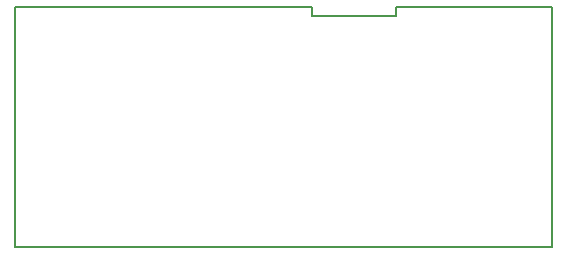
<source format=gbr>
G04 #@! TF.FileFunction,Profile,NP*
%FSLAX46Y46*%
G04 Gerber Fmt 4.6, Leading zero omitted, Abs format (unit mm)*
G04 Created by KiCad (PCBNEW 4.0.6) date 07/20/17 15:58:59*
%MOMM*%
%LPD*%
G01*
G04 APERTURE LIST*
%ADD10C,0.100000*%
%ADD11C,0.200000*%
%ADD12C,0.150000*%
G04 APERTURE END LIST*
D10*
D11*
X175260000Y-73660000D02*
X175260000Y-74422000D01*
X182372000Y-73660000D02*
X182372000Y-74422000D01*
X182372000Y-73660000D02*
X195580000Y-73660000D01*
X175260000Y-73660000D02*
X151130000Y-73660000D01*
X182372000Y-74422000D02*
X175260000Y-74422000D01*
X151130000Y-93980000D02*
X150114000Y-93980000D01*
X151130000Y-73660000D02*
X150114000Y-73660000D01*
D12*
X150114000Y-93980000D02*
X150114000Y-73660000D01*
X195580000Y-93980000D02*
X151130000Y-93980000D01*
X195580000Y-73660000D02*
X195580000Y-93980000D01*
M02*

</source>
